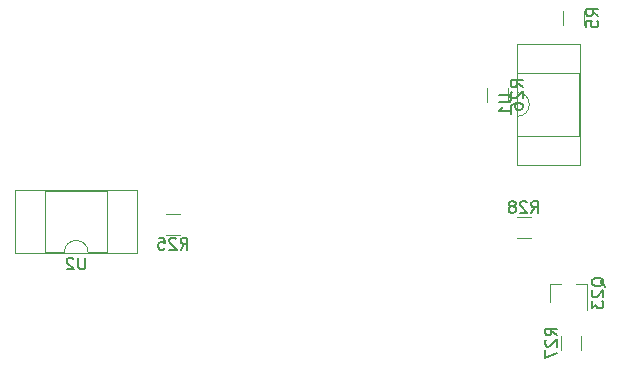
<source format=gbr>
G04 #@! TF.FileFunction,Legend,Bot*
%FSLAX46Y46*%
G04 Gerber Fmt 4.6, Leading zero omitted, Abs format (unit mm)*
G04 Created by KiCad (PCBNEW 4.0.4-stable) date 11/20/17 14:55:23*
%MOMM*%
%LPD*%
G01*
G04 APERTURE LIST*
%ADD10C,0.100000*%
%ADD11C,0.120000*%
%ADD12C,0.150000*%
G04 APERTURE END LIST*
D10*
D11*
X133670000Y-98810000D02*
G75*
G03X133670000Y-96810000I0J1000000D01*
G01*
X133670000Y-96810000D02*
X133670000Y-95160000D01*
X133670000Y-95160000D02*
X138870000Y-95160000D01*
X138870000Y-95160000D02*
X138870000Y-100460000D01*
X138870000Y-100460000D02*
X133670000Y-100460000D01*
X133670000Y-100460000D02*
X133670000Y-98810000D01*
X133610000Y-92670000D02*
X138930000Y-92670000D01*
X138930000Y-92670000D02*
X138930000Y-102950000D01*
X138930000Y-102950000D02*
X133610000Y-102950000D01*
X133610000Y-102950000D02*
X133610000Y-92670000D01*
X97310000Y-110330000D02*
G75*
G03X95310000Y-110330000I-1000000J0D01*
G01*
X95310000Y-110330000D02*
X93660000Y-110330000D01*
X93660000Y-110330000D02*
X93660000Y-105130000D01*
X93660000Y-105130000D02*
X98960000Y-105130000D01*
X98960000Y-105130000D02*
X98960000Y-110330000D01*
X98960000Y-110330000D02*
X97310000Y-110330000D01*
X91170000Y-110390000D02*
X91170000Y-105070000D01*
X91170000Y-105070000D02*
X101450000Y-105070000D01*
X101450000Y-105070000D02*
X101450000Y-110390000D01*
X101450000Y-110390000D02*
X91170000Y-110390000D01*
X137520000Y-89900000D02*
X137520000Y-91100000D01*
X139280000Y-91100000D02*
X139280000Y-89900000D01*
X105100000Y-107120000D02*
X103900000Y-107120000D01*
X103900000Y-108880000D02*
X105100000Y-108880000D01*
X131120000Y-96400000D02*
X131120000Y-97600000D01*
X132880000Y-97600000D02*
X132880000Y-96400000D01*
X136420000Y-113040000D02*
X137350000Y-113040000D01*
X139580000Y-113040000D02*
X138650000Y-113040000D01*
X139580000Y-113040000D02*
X139580000Y-115200000D01*
X136420000Y-113040000D02*
X136420000Y-114500000D01*
X139080000Y-118600000D02*
X139080000Y-117400000D01*
X137320000Y-117400000D02*
X137320000Y-118600000D01*
X133600000Y-109080000D02*
X134800000Y-109080000D01*
X134800000Y-107320000D02*
X133600000Y-107320000D01*
D12*
X132122381Y-97048095D02*
X132931905Y-97048095D01*
X133027143Y-97095714D01*
X133074762Y-97143333D01*
X133122381Y-97238571D01*
X133122381Y-97429048D01*
X133074762Y-97524286D01*
X133027143Y-97571905D01*
X132931905Y-97619524D01*
X132122381Y-97619524D01*
X133122381Y-98619524D02*
X133122381Y-98048095D01*
X133122381Y-98333809D02*
X132122381Y-98333809D01*
X132265238Y-98238571D01*
X132360476Y-98143333D01*
X132408095Y-98048095D01*
X97071905Y-110782381D02*
X97071905Y-111591905D01*
X97024286Y-111687143D01*
X96976667Y-111734762D01*
X96881429Y-111782381D01*
X96690952Y-111782381D01*
X96595714Y-111734762D01*
X96548095Y-111687143D01*
X96500476Y-111591905D01*
X96500476Y-110782381D01*
X96071905Y-110877619D02*
X96024286Y-110830000D01*
X95929048Y-110782381D01*
X95690952Y-110782381D01*
X95595714Y-110830000D01*
X95548095Y-110877619D01*
X95500476Y-110972857D01*
X95500476Y-111068095D01*
X95548095Y-111210952D01*
X96119524Y-111782381D01*
X95500476Y-111782381D01*
X140502381Y-90333334D02*
X140026190Y-90000000D01*
X140502381Y-89761905D02*
X139502381Y-89761905D01*
X139502381Y-90142858D01*
X139550000Y-90238096D01*
X139597619Y-90285715D01*
X139692857Y-90333334D01*
X139835714Y-90333334D01*
X139930952Y-90285715D01*
X139978571Y-90238096D01*
X140026190Y-90142858D01*
X140026190Y-89761905D01*
X139502381Y-91238096D02*
X139502381Y-90761905D01*
X139978571Y-90714286D01*
X139930952Y-90761905D01*
X139883333Y-90857143D01*
X139883333Y-91095239D01*
X139930952Y-91190477D01*
X139978571Y-91238096D01*
X140073810Y-91285715D01*
X140311905Y-91285715D01*
X140407143Y-91238096D01*
X140454762Y-91190477D01*
X140502381Y-91095239D01*
X140502381Y-90857143D01*
X140454762Y-90761905D01*
X140407143Y-90714286D01*
X105142857Y-110102381D02*
X105476191Y-109626190D01*
X105714286Y-110102381D02*
X105714286Y-109102381D01*
X105333333Y-109102381D01*
X105238095Y-109150000D01*
X105190476Y-109197619D01*
X105142857Y-109292857D01*
X105142857Y-109435714D01*
X105190476Y-109530952D01*
X105238095Y-109578571D01*
X105333333Y-109626190D01*
X105714286Y-109626190D01*
X104761905Y-109197619D02*
X104714286Y-109150000D01*
X104619048Y-109102381D01*
X104380952Y-109102381D01*
X104285714Y-109150000D01*
X104238095Y-109197619D01*
X104190476Y-109292857D01*
X104190476Y-109388095D01*
X104238095Y-109530952D01*
X104809524Y-110102381D01*
X104190476Y-110102381D01*
X103285714Y-109102381D02*
X103761905Y-109102381D01*
X103809524Y-109578571D01*
X103761905Y-109530952D01*
X103666667Y-109483333D01*
X103428571Y-109483333D01*
X103333333Y-109530952D01*
X103285714Y-109578571D01*
X103238095Y-109673810D01*
X103238095Y-109911905D01*
X103285714Y-110007143D01*
X103333333Y-110054762D01*
X103428571Y-110102381D01*
X103666667Y-110102381D01*
X103761905Y-110054762D01*
X103809524Y-110007143D01*
X134102381Y-96357143D02*
X133626190Y-96023809D01*
X134102381Y-95785714D02*
X133102381Y-95785714D01*
X133102381Y-96166667D01*
X133150000Y-96261905D01*
X133197619Y-96309524D01*
X133292857Y-96357143D01*
X133435714Y-96357143D01*
X133530952Y-96309524D01*
X133578571Y-96261905D01*
X133626190Y-96166667D01*
X133626190Y-95785714D01*
X133197619Y-96738095D02*
X133150000Y-96785714D01*
X133102381Y-96880952D01*
X133102381Y-97119048D01*
X133150000Y-97214286D01*
X133197619Y-97261905D01*
X133292857Y-97309524D01*
X133388095Y-97309524D01*
X133530952Y-97261905D01*
X134102381Y-96690476D01*
X134102381Y-97309524D01*
X133102381Y-98166667D02*
X133102381Y-97976190D01*
X133150000Y-97880952D01*
X133197619Y-97833333D01*
X133340476Y-97738095D01*
X133530952Y-97690476D01*
X133911905Y-97690476D01*
X134007143Y-97738095D01*
X134054762Y-97785714D01*
X134102381Y-97880952D01*
X134102381Y-98071429D01*
X134054762Y-98166667D01*
X134007143Y-98214286D01*
X133911905Y-98261905D01*
X133673810Y-98261905D01*
X133578571Y-98214286D01*
X133530952Y-98166667D01*
X133483333Y-98071429D01*
X133483333Y-97880952D01*
X133530952Y-97785714D01*
X133578571Y-97738095D01*
X133673810Y-97690476D01*
X141047619Y-113228572D02*
X141000000Y-113133334D01*
X140904762Y-113038096D01*
X140761905Y-112895239D01*
X140714286Y-112800000D01*
X140714286Y-112704762D01*
X140952381Y-112752381D02*
X140904762Y-112657143D01*
X140809524Y-112561905D01*
X140619048Y-112514286D01*
X140285714Y-112514286D01*
X140095238Y-112561905D01*
X140000000Y-112657143D01*
X139952381Y-112752381D01*
X139952381Y-112942858D01*
X140000000Y-113038096D01*
X140095238Y-113133334D01*
X140285714Y-113180953D01*
X140619048Y-113180953D01*
X140809524Y-113133334D01*
X140904762Y-113038096D01*
X140952381Y-112942858D01*
X140952381Y-112752381D01*
X140047619Y-113561905D02*
X140000000Y-113609524D01*
X139952381Y-113704762D01*
X139952381Y-113942858D01*
X140000000Y-114038096D01*
X140047619Y-114085715D01*
X140142857Y-114133334D01*
X140238095Y-114133334D01*
X140380952Y-114085715D01*
X140952381Y-113514286D01*
X140952381Y-114133334D01*
X139952381Y-114466667D02*
X139952381Y-115085715D01*
X140333333Y-114752381D01*
X140333333Y-114895239D01*
X140380952Y-114990477D01*
X140428571Y-115038096D01*
X140523810Y-115085715D01*
X140761905Y-115085715D01*
X140857143Y-115038096D01*
X140904762Y-114990477D01*
X140952381Y-114895239D01*
X140952381Y-114609524D01*
X140904762Y-114514286D01*
X140857143Y-114466667D01*
X137002381Y-117357143D02*
X136526190Y-117023809D01*
X137002381Y-116785714D02*
X136002381Y-116785714D01*
X136002381Y-117166667D01*
X136050000Y-117261905D01*
X136097619Y-117309524D01*
X136192857Y-117357143D01*
X136335714Y-117357143D01*
X136430952Y-117309524D01*
X136478571Y-117261905D01*
X136526190Y-117166667D01*
X136526190Y-116785714D01*
X136097619Y-117738095D02*
X136050000Y-117785714D01*
X136002381Y-117880952D01*
X136002381Y-118119048D01*
X136050000Y-118214286D01*
X136097619Y-118261905D01*
X136192857Y-118309524D01*
X136288095Y-118309524D01*
X136430952Y-118261905D01*
X137002381Y-117690476D01*
X137002381Y-118309524D01*
X136002381Y-118642857D02*
X136002381Y-119309524D01*
X137002381Y-118880952D01*
X134842857Y-107002381D02*
X135176191Y-106526190D01*
X135414286Y-107002381D02*
X135414286Y-106002381D01*
X135033333Y-106002381D01*
X134938095Y-106050000D01*
X134890476Y-106097619D01*
X134842857Y-106192857D01*
X134842857Y-106335714D01*
X134890476Y-106430952D01*
X134938095Y-106478571D01*
X135033333Y-106526190D01*
X135414286Y-106526190D01*
X134461905Y-106097619D02*
X134414286Y-106050000D01*
X134319048Y-106002381D01*
X134080952Y-106002381D01*
X133985714Y-106050000D01*
X133938095Y-106097619D01*
X133890476Y-106192857D01*
X133890476Y-106288095D01*
X133938095Y-106430952D01*
X134509524Y-107002381D01*
X133890476Y-107002381D01*
X133319048Y-106430952D02*
X133414286Y-106383333D01*
X133461905Y-106335714D01*
X133509524Y-106240476D01*
X133509524Y-106192857D01*
X133461905Y-106097619D01*
X133414286Y-106050000D01*
X133319048Y-106002381D01*
X133128571Y-106002381D01*
X133033333Y-106050000D01*
X132985714Y-106097619D01*
X132938095Y-106192857D01*
X132938095Y-106240476D01*
X132985714Y-106335714D01*
X133033333Y-106383333D01*
X133128571Y-106430952D01*
X133319048Y-106430952D01*
X133414286Y-106478571D01*
X133461905Y-106526190D01*
X133509524Y-106621429D01*
X133509524Y-106811905D01*
X133461905Y-106907143D01*
X133414286Y-106954762D01*
X133319048Y-107002381D01*
X133128571Y-107002381D01*
X133033333Y-106954762D01*
X132985714Y-106907143D01*
X132938095Y-106811905D01*
X132938095Y-106621429D01*
X132985714Y-106526190D01*
X133033333Y-106478571D01*
X133128571Y-106430952D01*
M02*

</source>
